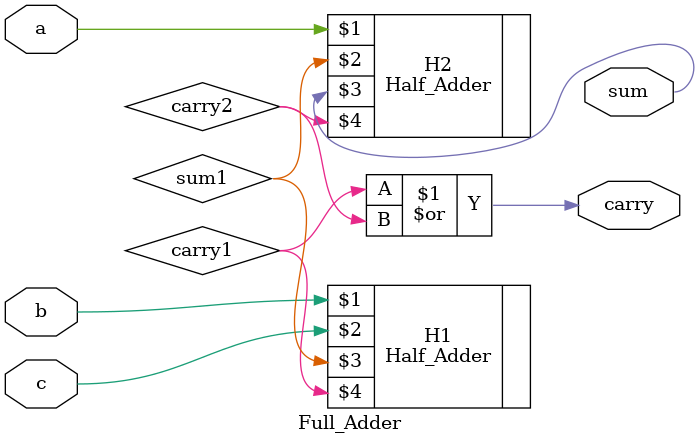
<source format=v>
`timescale 1ns / 1ps


module Full_Adder(a,b,c,sum,carry);
    input a,b,c;
    output sum,carry;
    wire sum1,carry1,carry2;
    Half_Adder H1(b,c,sum1,carry1);
    Half_Adder H2(a,sum1,sum,carry2);
    assign carry=carry1|carry2; 
endmodule

</source>
